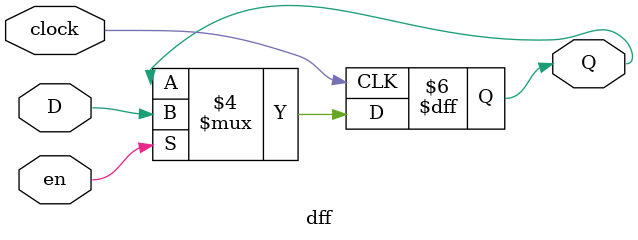
<source format=v>
module dff(input clock, en,D, output reg Q=0);

	always @(posedge clock) begin
		if(en == 1)
			Q <= D; 
	end

endmodule
</source>
